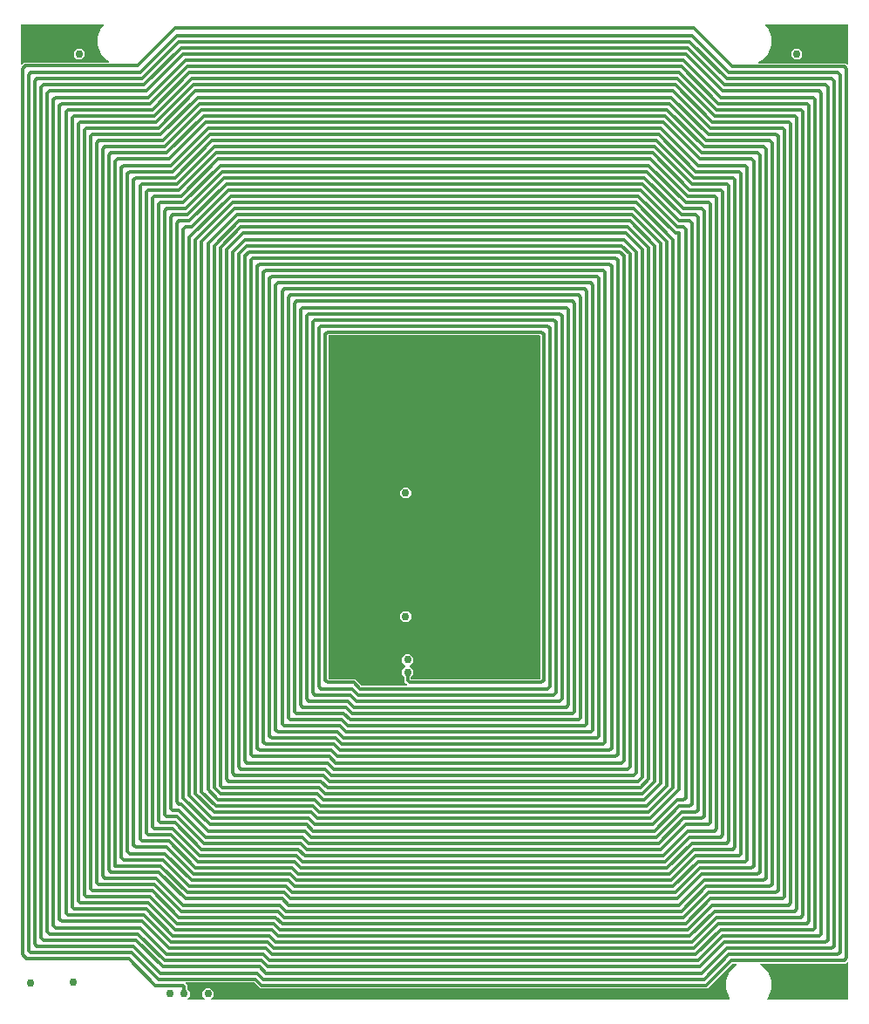
<source format=gbr>
G04 EAGLE Gerber RS-274X export*
G75*
%MOMM*%
%FSLAX34Y34*%
%LPD*%
%INCopper Layer 2*%
%IPPOS*%
%AMOC8*
5,1,8,0,0,1.08239X$1,22.5*%
G01*
%ADD10C,0.756400*%
%ADD11C,0.300000*%

G36*
X384931Y315036D02*
X384931Y315036D01*
X385002Y315038D01*
X385051Y315056D01*
X385103Y315064D01*
X385166Y315098D01*
X385233Y315123D01*
X385274Y315155D01*
X385320Y315180D01*
X385369Y315231D01*
X385425Y315276D01*
X385454Y315320D01*
X385489Y315358D01*
X385520Y315423D01*
X385558Y315483D01*
X385571Y315534D01*
X385593Y315581D01*
X385601Y315652D01*
X385618Y315722D01*
X385614Y315774D01*
X385620Y315825D01*
X385605Y315896D01*
X385599Y315967D01*
X385579Y316015D01*
X385568Y316066D01*
X385531Y316127D01*
X385503Y316193D01*
X385458Y316249D01*
X385442Y316277D01*
X385424Y316292D01*
X385398Y316324D01*
X384970Y316752D01*
X382975Y318747D01*
X382975Y323205D01*
X382961Y323295D01*
X382953Y323386D01*
X382941Y323415D01*
X382936Y323447D01*
X382893Y323528D01*
X382857Y323612D01*
X382831Y323644D01*
X382820Y323665D01*
X382797Y323687D01*
X382752Y323743D01*
X380693Y325802D01*
X380693Y330198D01*
X383957Y333462D01*
X383968Y333478D01*
X383984Y333490D01*
X384040Y333578D01*
X384100Y333661D01*
X384106Y333680D01*
X384117Y333697D01*
X384142Y333798D01*
X384173Y333897D01*
X384172Y333916D01*
X384177Y333936D01*
X384169Y334039D01*
X384166Y334142D01*
X384160Y334161D01*
X384158Y334181D01*
X384118Y334276D01*
X384082Y334373D01*
X384069Y334389D01*
X384062Y334407D01*
X383957Y334538D01*
X380693Y337802D01*
X380693Y342198D01*
X383802Y345307D01*
X388198Y345307D01*
X391307Y342198D01*
X391307Y337802D01*
X388043Y334538D01*
X388032Y334522D01*
X388016Y334510D01*
X387960Y334422D01*
X387900Y334339D01*
X387894Y334320D01*
X387883Y334303D01*
X387858Y334202D01*
X387827Y334103D01*
X387828Y334084D01*
X387823Y334064D01*
X387831Y333961D01*
X387834Y333858D01*
X387840Y333839D01*
X387842Y333819D01*
X387882Y333724D01*
X387918Y333627D01*
X387931Y333611D01*
X387938Y333593D01*
X388043Y333462D01*
X391307Y330198D01*
X391307Y325802D01*
X389248Y323743D01*
X389195Y323669D01*
X389135Y323599D01*
X389123Y323569D01*
X389104Y323543D01*
X389077Y323456D01*
X389043Y323371D01*
X389039Y323330D01*
X389032Y323308D01*
X389033Y323276D01*
X389025Y323205D01*
X389025Y321786D01*
X389028Y321766D01*
X389026Y321747D01*
X389048Y321645D01*
X389064Y321543D01*
X389074Y321526D01*
X389078Y321506D01*
X389131Y321417D01*
X389180Y321326D01*
X389194Y321312D01*
X389204Y321295D01*
X389283Y321228D01*
X389358Y321156D01*
X389376Y321148D01*
X389391Y321135D01*
X389487Y321096D01*
X389581Y321053D01*
X389601Y321051D01*
X389619Y321043D01*
X389786Y321025D01*
X514214Y321025D01*
X514234Y321028D01*
X514253Y321026D01*
X514355Y321048D01*
X514457Y321064D01*
X514474Y321074D01*
X514494Y321078D01*
X514583Y321131D01*
X514674Y321180D01*
X514688Y321194D01*
X514705Y321204D01*
X514772Y321283D01*
X514844Y321358D01*
X514852Y321376D01*
X514865Y321391D01*
X514904Y321487D01*
X514947Y321581D01*
X514949Y321601D01*
X514957Y321619D01*
X514975Y321786D01*
X514975Y654214D01*
X514972Y654234D01*
X514974Y654253D01*
X514952Y654355D01*
X514936Y654457D01*
X514926Y654474D01*
X514922Y654494D01*
X514869Y654583D01*
X514820Y654674D01*
X514806Y654688D01*
X514796Y654705D01*
X514717Y654772D01*
X514642Y654844D01*
X514624Y654852D01*
X514609Y654865D01*
X514513Y654904D01*
X514419Y654947D01*
X514399Y654949D01*
X514381Y654957D01*
X514214Y654975D01*
X309786Y654975D01*
X309766Y654972D01*
X309747Y654974D01*
X309645Y654952D01*
X309543Y654936D01*
X309526Y654926D01*
X309506Y654922D01*
X309417Y654869D01*
X309326Y654820D01*
X309312Y654806D01*
X309295Y654796D01*
X309228Y654717D01*
X309156Y654642D01*
X309148Y654624D01*
X309135Y654609D01*
X309096Y654513D01*
X309053Y654419D01*
X309051Y654399D01*
X309043Y654381D01*
X309025Y654214D01*
X309025Y321786D01*
X309028Y321766D01*
X309026Y321747D01*
X309048Y321645D01*
X309064Y321543D01*
X309074Y321526D01*
X309078Y321506D01*
X309131Y321417D01*
X309180Y321326D01*
X309194Y321312D01*
X309204Y321295D01*
X309283Y321228D01*
X309358Y321156D01*
X309376Y321148D01*
X309391Y321135D01*
X309487Y321096D01*
X309581Y321053D01*
X309601Y321051D01*
X309619Y321043D01*
X309786Y321025D01*
X335253Y321025D01*
X341030Y315248D01*
X341104Y315195D01*
X341173Y315135D01*
X341203Y315123D01*
X341230Y315104D01*
X341317Y315077D01*
X341401Y315043D01*
X341442Y315039D01*
X341465Y315032D01*
X341497Y315033D01*
X341568Y315025D01*
X384860Y315025D01*
X384931Y315036D01*
G37*
G36*
X188567Y10172D02*
X188567Y10172D01*
X188639Y10174D01*
X188688Y10192D01*
X188739Y10200D01*
X188803Y10234D01*
X188870Y10259D01*
X188911Y10291D01*
X188957Y10316D01*
X189006Y10368D01*
X189062Y10412D01*
X189090Y10456D01*
X189126Y10494D01*
X189156Y10559D01*
X189195Y10619D01*
X189208Y10670D01*
X189230Y10717D01*
X189238Y10788D01*
X189255Y10858D01*
X189251Y10910D01*
X189257Y10961D01*
X189242Y11032D01*
X189236Y11103D01*
X189216Y11151D01*
X189205Y11202D01*
X189168Y11263D01*
X189140Y11329D01*
X189095Y11385D01*
X189078Y11413D01*
X189061Y11428D01*
X189035Y11460D01*
X186693Y13802D01*
X186693Y18198D01*
X189802Y21307D01*
X194198Y21307D01*
X197307Y18198D01*
X197307Y13802D01*
X194965Y11460D01*
X194923Y11402D01*
X194874Y11350D01*
X194852Y11303D01*
X194822Y11261D01*
X194800Y11192D01*
X194770Y11127D01*
X194765Y11075D01*
X194749Y11025D01*
X194751Y10954D01*
X194743Y10883D01*
X194754Y10832D01*
X194756Y10780D01*
X194780Y10712D01*
X194795Y10642D01*
X194822Y10597D01*
X194840Y10549D01*
X194885Y10493D01*
X194922Y10431D01*
X194961Y10397D01*
X194994Y10357D01*
X195054Y10318D01*
X195109Y10271D01*
X195157Y10252D01*
X195201Y10224D01*
X195270Y10206D01*
X195337Y10179D01*
X195408Y10171D01*
X195439Y10163D01*
X195462Y10165D01*
X195503Y10161D01*
X698261Y10161D01*
X698332Y10172D01*
X698404Y10174D01*
X698453Y10192D01*
X698504Y10200D01*
X698568Y10234D01*
X698635Y10259D01*
X698676Y10291D01*
X698722Y10316D01*
X698771Y10367D01*
X698827Y10412D01*
X698855Y10456D01*
X698891Y10494D01*
X698921Y10559D01*
X698960Y10619D01*
X698973Y10670D01*
X698995Y10717D01*
X699002Y10788D01*
X699020Y10858D01*
X699016Y10910D01*
X699022Y10961D01*
X699006Y11032D01*
X699001Y11103D01*
X698980Y11151D01*
X698969Y11202D01*
X698933Y11263D01*
X698905Y11329D01*
X698860Y11385D01*
X698843Y11413D01*
X698826Y11428D01*
X698800Y11460D01*
X698313Y11947D01*
X694939Y20092D01*
X694939Y28908D01*
X698313Y37053D01*
X704547Y43287D01*
X705473Y43671D01*
X705556Y43722D01*
X705642Y43768D01*
X705660Y43786D01*
X705682Y43800D01*
X705745Y43876D01*
X705812Y43946D01*
X705823Y43970D01*
X705839Y43990D01*
X705874Y44081D01*
X705915Y44169D01*
X705918Y44195D01*
X705927Y44219D01*
X705932Y44317D01*
X705942Y44413D01*
X705937Y44439D01*
X705938Y44465D01*
X705911Y44559D01*
X705890Y44654D01*
X705877Y44676D01*
X705869Y44701D01*
X705814Y44781D01*
X705764Y44865D01*
X705744Y44882D01*
X705729Y44903D01*
X705651Y44962D01*
X705577Y45025D01*
X705553Y45035D01*
X705532Y45050D01*
X705439Y45080D01*
X705349Y45117D01*
X705316Y45120D01*
X705298Y45126D01*
X705265Y45126D01*
X705182Y45135D01*
X701728Y45135D01*
X701638Y45121D01*
X701547Y45113D01*
X701517Y45101D01*
X701485Y45096D01*
X701405Y45053D01*
X701321Y45017D01*
X701289Y44991D01*
X701268Y44980D01*
X701246Y44957D01*
X701190Y44912D01*
X677253Y20975D01*
X242747Y20975D01*
X236970Y26752D01*
X236896Y26805D01*
X236827Y26865D01*
X236797Y26877D01*
X236770Y26896D01*
X236683Y26923D01*
X236599Y26957D01*
X236558Y26961D01*
X236535Y26968D01*
X236503Y26967D01*
X236432Y26975D01*
X171140Y26975D01*
X171069Y26964D01*
X170998Y26962D01*
X170949Y26944D01*
X170897Y26936D01*
X170834Y26902D01*
X170767Y26877D01*
X170726Y26845D01*
X170680Y26820D01*
X170631Y26769D01*
X170575Y26724D01*
X170547Y26680D01*
X170511Y26642D01*
X170480Y26577D01*
X170442Y26517D01*
X170429Y26466D01*
X170407Y26419D01*
X170399Y26348D01*
X170382Y26278D01*
X170386Y26226D01*
X170380Y26175D01*
X170395Y26104D01*
X170401Y26033D01*
X170421Y25985D01*
X170432Y25934D01*
X170469Y25873D01*
X170497Y25807D01*
X170542Y25751D01*
X170558Y25723D01*
X170576Y25708D01*
X170602Y25676D01*
X171248Y25030D01*
X172025Y24253D01*
X172025Y20795D01*
X172026Y20785D01*
X172026Y20779D01*
X172033Y20747D01*
X172039Y20705D01*
X172047Y20614D01*
X172059Y20585D01*
X172064Y20553D01*
X172107Y20472D01*
X172143Y20388D01*
X172169Y20356D01*
X172180Y20335D01*
X172203Y20313D01*
X172248Y20257D01*
X174307Y18198D01*
X174307Y13802D01*
X171965Y11460D01*
X171923Y11402D01*
X171874Y11350D01*
X171852Y11303D01*
X171822Y11261D01*
X171800Y11192D01*
X171770Y11127D01*
X171765Y11075D01*
X171749Y11025D01*
X171751Y10954D01*
X171743Y10883D01*
X171754Y10832D01*
X171756Y10780D01*
X171780Y10712D01*
X171795Y10642D01*
X171822Y10597D01*
X171840Y10549D01*
X171885Y10493D01*
X171922Y10431D01*
X171961Y10397D01*
X171994Y10357D01*
X172054Y10318D01*
X172109Y10271D01*
X172157Y10252D01*
X172201Y10224D01*
X172270Y10206D01*
X172337Y10179D01*
X172408Y10171D01*
X172439Y10163D01*
X172462Y10165D01*
X172503Y10161D01*
X188497Y10161D01*
X188567Y10172D01*
G37*
G36*
X813368Y917867D02*
X813368Y917867D01*
X813420Y917868D01*
X813488Y917893D01*
X813558Y917908D01*
X813603Y917935D01*
X813651Y917953D01*
X813707Y917998D01*
X813769Y918034D01*
X813803Y918074D01*
X813843Y918106D01*
X813882Y918167D01*
X813929Y918221D01*
X813948Y918270D01*
X813976Y918313D01*
X813994Y918383D01*
X814021Y918449D01*
X814029Y918521D01*
X814037Y918552D01*
X814035Y918575D01*
X814039Y918616D01*
X814039Y956078D01*
X814036Y956098D01*
X814038Y956117D01*
X814016Y956219D01*
X814000Y956321D01*
X813990Y956338D01*
X813986Y956358D01*
X813933Y956447D01*
X813884Y956538D01*
X813870Y956552D01*
X813860Y956569D01*
X813781Y956636D01*
X813706Y956708D01*
X813688Y956716D01*
X813673Y956729D01*
X813577Y956768D01*
X813483Y956811D01*
X813463Y956813D01*
X813445Y956821D01*
X813278Y956839D01*
X733939Y956839D01*
X733868Y956828D01*
X733796Y956826D01*
X733747Y956808D01*
X733696Y956800D01*
X733632Y956766D01*
X733565Y956741D01*
X733524Y956709D01*
X733478Y956684D01*
X733429Y956632D01*
X733373Y956588D01*
X733345Y956544D01*
X733309Y956506D01*
X733279Y956441D01*
X733240Y956381D01*
X733227Y956330D01*
X733205Y956283D01*
X733198Y956212D01*
X733180Y956142D01*
X733184Y956090D01*
X733178Y956039D01*
X733194Y955968D01*
X733199Y955897D01*
X733219Y955849D01*
X733231Y955798D01*
X733267Y955737D01*
X733295Y955671D01*
X733340Y955615D01*
X733357Y955587D01*
X733375Y955572D01*
X733400Y955540D01*
X735887Y953053D01*
X739261Y944908D01*
X739261Y936092D01*
X735887Y927947D01*
X729653Y921713D01*
X726699Y920489D01*
X726616Y920438D01*
X726530Y920392D01*
X726512Y920374D01*
X726490Y920360D01*
X726427Y920284D01*
X726360Y920214D01*
X726349Y920190D01*
X726333Y920170D01*
X726298Y920079D01*
X726257Y919991D01*
X726254Y919965D01*
X726245Y919941D01*
X726240Y919843D01*
X726230Y919747D01*
X726235Y919721D01*
X726234Y919695D01*
X726261Y919601D01*
X726282Y919506D01*
X726295Y919484D01*
X726303Y919459D01*
X726358Y919379D01*
X726408Y919295D01*
X726428Y919278D01*
X726443Y919257D01*
X726521Y919198D01*
X726595Y919135D01*
X726619Y919125D01*
X726640Y919110D01*
X726733Y919080D01*
X726823Y919043D01*
X726856Y919040D01*
X726874Y919034D01*
X726907Y919034D01*
X726990Y919025D01*
X811793Y919025D01*
X812740Y918078D01*
X812798Y918036D01*
X812850Y917987D01*
X812897Y917965D01*
X812939Y917934D01*
X813008Y917913D01*
X813073Y917883D01*
X813125Y917877D01*
X813175Y917862D01*
X813246Y917864D01*
X813317Y917856D01*
X813368Y917867D01*
G37*
G36*
X11032Y917531D02*
X11032Y917531D01*
X11103Y917537D01*
X11151Y917557D01*
X11202Y917568D01*
X11263Y917605D01*
X11329Y917633D01*
X11385Y917678D01*
X11413Y917694D01*
X11428Y917712D01*
X11460Y917738D01*
X11592Y917870D01*
X13587Y919865D01*
X95182Y919865D01*
X95278Y919880D01*
X95375Y919890D01*
X95399Y919900D01*
X95425Y919904D01*
X95511Y919950D01*
X95600Y919990D01*
X95619Y920007D01*
X95642Y920020D01*
X95709Y920090D01*
X95781Y920156D01*
X95794Y920179D01*
X95812Y920198D01*
X95853Y920286D01*
X95900Y920372D01*
X95904Y920397D01*
X95915Y920421D01*
X95926Y920518D01*
X95943Y920614D01*
X95939Y920640D01*
X95942Y920665D01*
X95922Y920760D01*
X95908Y920857D01*
X95896Y920880D01*
X95890Y920906D01*
X95840Y920990D01*
X95796Y921076D01*
X95777Y921094D01*
X95764Y921117D01*
X95690Y921180D01*
X95620Y921248D01*
X95592Y921264D01*
X95577Y921277D01*
X95546Y921289D01*
X95473Y921329D01*
X94547Y921713D01*
X88313Y927947D01*
X84939Y936092D01*
X84939Y944908D01*
X88313Y953053D01*
X90800Y955540D01*
X90842Y955598D01*
X90891Y955650D01*
X90913Y955697D01*
X90943Y955739D01*
X90964Y955808D01*
X90995Y955873D01*
X91000Y955925D01*
X91016Y955975D01*
X91014Y956046D01*
X91022Y956117D01*
X91011Y956168D01*
X91009Y956220D01*
X90985Y956288D01*
X90969Y956358D01*
X90943Y956403D01*
X90925Y956451D01*
X90880Y956507D01*
X90843Y956569D01*
X90804Y956603D01*
X90771Y956643D01*
X90711Y956682D01*
X90656Y956729D01*
X90608Y956748D01*
X90564Y956776D01*
X90495Y956794D01*
X90428Y956821D01*
X90357Y956829D01*
X90326Y956837D01*
X90302Y956835D01*
X90261Y956839D01*
X10922Y956839D01*
X10902Y956836D01*
X10883Y956838D01*
X10781Y956816D01*
X10679Y956800D01*
X10662Y956790D01*
X10642Y956786D01*
X10553Y956733D01*
X10462Y956684D01*
X10448Y956670D01*
X10431Y956660D01*
X10364Y956581D01*
X10292Y956506D01*
X10284Y956488D01*
X10271Y956473D01*
X10232Y956377D01*
X10189Y956283D01*
X10187Y956263D01*
X10179Y956245D01*
X10161Y956078D01*
X10161Y918276D01*
X10172Y918205D01*
X10174Y918134D01*
X10192Y918085D01*
X10200Y918033D01*
X10234Y917970D01*
X10259Y917903D01*
X10291Y917862D01*
X10316Y917816D01*
X10367Y917767D01*
X10412Y917711D01*
X10456Y917682D01*
X10494Y917647D01*
X10559Y917616D01*
X10619Y917578D01*
X10670Y917565D01*
X10717Y917543D01*
X10788Y917535D01*
X10858Y917518D01*
X10910Y917522D01*
X10961Y917516D01*
X11032Y917531D01*
G37*
G36*
X813298Y10164D02*
X813298Y10164D01*
X813317Y10162D01*
X813419Y10184D01*
X813521Y10200D01*
X813538Y10210D01*
X813558Y10214D01*
X813647Y10267D01*
X813738Y10316D01*
X813752Y10330D01*
X813769Y10340D01*
X813836Y10419D01*
X813908Y10494D01*
X813916Y10512D01*
X813929Y10527D01*
X813968Y10623D01*
X814011Y10717D01*
X814013Y10737D01*
X814021Y10755D01*
X814039Y10922D01*
X814039Y45924D01*
X814028Y45995D01*
X814026Y46066D01*
X814008Y46115D01*
X814000Y46167D01*
X813966Y46230D01*
X813941Y46297D01*
X813909Y46338D01*
X813884Y46384D01*
X813832Y46433D01*
X813788Y46489D01*
X813744Y46518D01*
X813706Y46553D01*
X813641Y46584D01*
X813581Y46622D01*
X813530Y46635D01*
X813483Y46657D01*
X813412Y46665D01*
X813342Y46682D01*
X813290Y46678D01*
X813239Y46684D01*
X813168Y46669D01*
X813097Y46663D01*
X813049Y46643D01*
X812998Y46632D01*
X812937Y46595D01*
X812871Y46567D01*
X812815Y46522D01*
X812787Y46506D01*
X812772Y46488D01*
X812740Y46462D01*
X811413Y45135D01*
X729018Y45135D01*
X728922Y45120D01*
X728825Y45110D01*
X728801Y45100D01*
X728775Y45096D01*
X728689Y45050D01*
X728600Y45010D01*
X728581Y44993D01*
X728558Y44980D01*
X728491Y44910D01*
X728419Y44844D01*
X728406Y44821D01*
X728388Y44802D01*
X728347Y44714D01*
X728300Y44628D01*
X728296Y44603D01*
X728285Y44579D01*
X728274Y44482D01*
X728257Y44386D01*
X728261Y44360D01*
X728258Y44335D01*
X728278Y44239D01*
X728293Y44143D01*
X728304Y44120D01*
X728310Y44094D01*
X728360Y44011D01*
X728404Y43924D01*
X728423Y43905D01*
X728436Y43883D01*
X728510Y43820D01*
X728580Y43752D01*
X728608Y43736D01*
X728623Y43723D01*
X728654Y43711D01*
X728727Y43671D01*
X729653Y43287D01*
X735887Y37053D01*
X739261Y28908D01*
X739261Y20092D01*
X735887Y11947D01*
X735400Y11460D01*
X735358Y11402D01*
X735309Y11350D01*
X735287Y11303D01*
X735257Y11261D01*
X735236Y11192D01*
X735205Y11127D01*
X735200Y11075D01*
X735184Y11025D01*
X735186Y10954D01*
X735178Y10883D01*
X735189Y10832D01*
X735191Y10780D01*
X735215Y10712D01*
X735231Y10642D01*
X735257Y10597D01*
X735275Y10549D01*
X735320Y10493D01*
X735357Y10431D01*
X735396Y10397D01*
X735429Y10357D01*
X735489Y10318D01*
X735544Y10271D01*
X735592Y10252D01*
X735636Y10224D01*
X735705Y10206D01*
X735772Y10179D01*
X735843Y10171D01*
X735874Y10163D01*
X735898Y10165D01*
X735939Y10161D01*
X813278Y10161D01*
X813298Y10164D01*
G37*
%LPC*%
G36*
X761802Y922693D02*
X761802Y922693D01*
X758693Y925802D01*
X758693Y930198D01*
X761802Y933307D01*
X766198Y933307D01*
X769307Y930198D01*
X769307Y925802D01*
X766198Y922693D01*
X761802Y922693D01*
G37*
%LPD*%
%LPC*%
G36*
X381802Y376693D02*
X381802Y376693D01*
X378693Y379802D01*
X378693Y384198D01*
X381802Y387307D01*
X386198Y387307D01*
X389307Y384198D01*
X389307Y379802D01*
X386198Y376693D01*
X381802Y376693D01*
G37*
%LPD*%
%LPC*%
G36*
X64802Y922693D02*
X64802Y922693D01*
X61693Y925802D01*
X61693Y930198D01*
X64802Y933307D01*
X69198Y933307D01*
X72307Y930198D01*
X72307Y925802D01*
X69198Y922693D01*
X64802Y922693D01*
G37*
%LPD*%
%LPC*%
G36*
X381802Y496693D02*
X381802Y496693D01*
X378693Y499802D01*
X378693Y504198D01*
X381802Y507307D01*
X386198Y507307D01*
X389307Y504198D01*
X389307Y499802D01*
X386198Y496693D01*
X381802Y496693D01*
G37*
%LPD*%
D10*
X155000Y16000D03*
X169000Y16000D03*
D11*
X169000Y23000D01*
X168000Y24000D01*
X141060Y24000D01*
X115060Y50000D01*
X15660Y50000D02*
X11660Y54000D01*
X11660Y913660D01*
X14840Y916840D01*
X15660Y50000D02*
X115060Y50000D01*
X123930Y916840D02*
X160430Y953340D01*
X123930Y916840D02*
X14840Y916840D01*
X160430Y953340D02*
X663770Y953340D01*
X701110Y916000D01*
X810540Y916000D02*
X812540Y914000D01*
X812540Y50540D01*
X810160Y48160D01*
X810540Y916000D02*
X701110Y916000D01*
X700270Y48160D02*
X810160Y48160D01*
X700160Y48160D02*
X676000Y24000D01*
X244000Y24000D01*
X238000Y30000D01*
X144000Y30000D01*
X118000Y56000D01*
X20000Y56000D01*
X18000Y58000D01*
X18000Y908000D01*
X20000Y910000D01*
X126000Y910000D01*
X162000Y946000D01*
X662000Y946000D01*
X698000Y910000D01*
X804000Y910000D01*
X806000Y908000D01*
X806000Y56000D01*
X804000Y54000D01*
X698000Y54000D01*
X674000Y30000D01*
X246000Y30000D01*
X240000Y36000D01*
X146000Y36000D01*
X120000Y62000D01*
X26000Y62000D01*
X24000Y64000D01*
X24000Y902000D01*
X26000Y904000D01*
X128000Y904000D01*
X164000Y940000D01*
X660000Y940000D01*
X696000Y904000D01*
X798000Y904000D02*
X800000Y902000D01*
X800000Y62000D01*
X798000Y60000D01*
X696000Y60000D01*
X672000Y36000D01*
X248000Y36000D01*
X242000Y42000D01*
X148000Y42000D01*
X122000Y68000D01*
X696000Y904000D02*
X798000Y904000D01*
X122000Y68000D02*
X32000Y68000D01*
X30000Y70000D01*
X30000Y896000D01*
X32000Y898000D01*
X130000Y898000D01*
X166000Y934000D01*
X658000Y934000D01*
X694000Y898000D01*
X792000Y898000D01*
X794000Y896000D01*
X794000Y68000D01*
X792000Y66000D01*
X694000Y66000D01*
X670000Y42000D01*
X250000Y42000D01*
X244000Y48000D02*
X150000Y48000D01*
X124000Y74000D01*
X38000Y74000D02*
X36000Y76000D01*
X36000Y890000D01*
X38000Y892000D01*
X132000Y892000D01*
X168000Y928000D01*
X656000Y928000D01*
X692000Y892000D01*
X786000Y892000D02*
X788000Y890000D01*
X788000Y74000D01*
X786000Y72000D01*
X692000Y72000D01*
X668000Y48000D01*
X246000Y54000D02*
X152000Y54000D01*
X126000Y80000D01*
X44000Y80000D02*
X42000Y82000D01*
X42000Y884000D01*
X44000Y886000D01*
X134000Y886000D01*
X170000Y922000D01*
X654000Y922000D01*
X780000Y886000D02*
X782000Y884000D01*
X782000Y80000D01*
X780000Y78000D01*
X690000Y78000D01*
X666000Y54000D01*
X254000Y54000D02*
X248000Y60000D01*
X154000Y60000D01*
X128000Y86000D01*
X50000Y86000D02*
X48000Y88000D01*
X48000Y878000D01*
X50000Y880000D01*
X136000Y880000D01*
X172000Y916000D01*
X652000Y916000D01*
X774000Y880000D02*
X776000Y878000D01*
X776000Y86000D01*
X774000Y84000D01*
X688000Y84000D02*
X664000Y60000D01*
X256000Y60000D01*
X250000Y66000D01*
X156000Y66000D01*
X130000Y92000D01*
X56000Y92000D02*
X54000Y94000D01*
X54000Y872000D01*
X56000Y874000D01*
X138000Y874000D01*
X174000Y910000D01*
X650000Y910000D01*
X686000Y874000D01*
X768000Y874000D02*
X770000Y872000D01*
X770000Y92000D01*
X768000Y90000D01*
X686000Y90000D01*
X662000Y66000D01*
X258000Y66000D01*
X252000Y72000D01*
X158000Y72000D02*
X132000Y98000D01*
X62000Y98000D01*
X60000Y100000D01*
X60000Y866000D01*
X62000Y868000D01*
X140000Y868000D01*
X176000Y904000D01*
X648000Y904000D01*
X684000Y868000D01*
X762000Y868000D02*
X764000Y866000D01*
X764000Y98000D01*
X762000Y96000D01*
X684000Y96000D01*
X660000Y72000D01*
X260000Y72000D01*
X254000Y78000D02*
X160000Y78000D01*
X134000Y104000D01*
X68000Y104000D02*
X66000Y106000D01*
X66000Y860000D01*
X68000Y862000D01*
X142000Y862000D01*
X178000Y898000D01*
X646000Y898000D01*
X682000Y862000D01*
X756000Y862000D02*
X758000Y860000D01*
X758000Y104000D01*
X756000Y102000D01*
X682000Y102000D01*
X658000Y78000D01*
X262000Y78000D01*
X256000Y84000D01*
X162000Y84000D01*
X74000Y110000D02*
X72000Y112000D01*
X72000Y854000D01*
X74000Y856000D01*
X144000Y856000D01*
X180000Y892000D01*
X644000Y892000D01*
X680000Y856000D01*
X750000Y856000D02*
X752000Y854000D01*
X752000Y110000D01*
X750000Y108000D01*
X680000Y108000D01*
X656000Y84000D01*
X264000Y84000D01*
X258000Y90000D01*
X164000Y90000D01*
X138000Y116000D01*
X80000Y116000D02*
X78000Y118000D01*
X78000Y848000D01*
X80000Y850000D01*
X146000Y850000D01*
X182000Y886000D01*
X642000Y886000D01*
X678000Y850000D01*
X744000Y850000D02*
X746000Y848000D01*
X746000Y116000D01*
X744000Y114000D01*
X678000Y114000D01*
X654000Y90000D01*
X266000Y90000D01*
X260000Y96000D01*
X166000Y96000D01*
X140000Y122000D01*
X86000Y122000D02*
X84000Y124000D01*
X84000Y842000D01*
X86000Y844000D01*
X148000Y844000D01*
X184000Y880000D01*
X640000Y880000D01*
X676000Y844000D01*
X738000Y844000D02*
X740000Y842000D01*
X740000Y122000D01*
X738000Y120000D01*
X676000Y120000D01*
X652000Y96000D01*
X268000Y96000D01*
X262000Y102000D01*
X168000Y102000D01*
X142000Y128000D01*
X92000Y128000D02*
X90000Y130000D01*
X90000Y836000D01*
X92000Y838000D01*
X150000Y838000D01*
X186000Y874000D01*
X638000Y874000D01*
X674000Y838000D01*
X732000Y838000D01*
X734000Y836000D01*
X734000Y128000D01*
X732000Y126000D01*
X674000Y126000D01*
X650000Y102000D01*
X270000Y102000D01*
X264000Y108000D01*
X170000Y108000D02*
X144000Y134000D01*
X98000Y134000D02*
X96000Y136000D01*
X96000Y830000D01*
X98000Y832000D01*
X152000Y832000D01*
X188000Y868000D01*
X636000Y868000D01*
X672000Y832000D01*
X726000Y832000D01*
X728000Y830000D01*
X728000Y134000D01*
X726000Y132000D01*
X672000Y132000D01*
X648000Y108000D01*
X272000Y108000D01*
X266000Y114000D01*
X172000Y114000D01*
X146000Y140000D01*
X102000Y140000D01*
X102000Y824000D01*
X104000Y826000D01*
X154000Y826000D01*
X190000Y862000D01*
X634000Y862000D01*
X670000Y826000D01*
X720000Y826000D02*
X722000Y824000D01*
X722000Y140000D01*
X720000Y138000D01*
X670000Y138000D01*
X646000Y114000D01*
X268000Y120000D02*
X174000Y120000D01*
X148000Y146000D01*
X110000Y146000D02*
X108000Y148000D01*
X108000Y818000D01*
X110000Y820000D01*
X156000Y820000D02*
X192000Y856000D01*
X632000Y856000D01*
X668000Y820000D01*
X714000Y820000D02*
X716000Y818000D01*
X716000Y146000D01*
X714000Y144000D01*
X668000Y144000D01*
X644000Y120000D01*
X276000Y120000D01*
X270000Y126000D01*
X176000Y126000D01*
X150000Y152000D01*
X116000Y152000D02*
X114000Y154000D01*
X114000Y812000D01*
X116000Y814000D01*
X244000Y48000D02*
X250000Y42000D01*
X124000Y74000D02*
X38000Y74000D01*
X692000Y892000D02*
X786000Y892000D01*
X668000Y48000D02*
X252000Y48000D01*
X246000Y54000D01*
X126000Y80000D02*
X44000Y80000D01*
X690000Y886000D02*
X654000Y922000D01*
X690000Y886000D02*
X780000Y886000D01*
X666000Y54000D02*
X254000Y54000D01*
X128000Y86000D02*
X50000Y86000D01*
X688000Y880000D02*
X652000Y916000D01*
X688000Y880000D02*
X774000Y880000D01*
X774000Y84000D02*
X688000Y84000D01*
X130000Y92000D02*
X56000Y92000D01*
X686000Y874000D02*
X768000Y874000D01*
X252000Y72000D02*
X158000Y72000D01*
X684000Y868000D02*
X762000Y868000D01*
X254000Y78000D02*
X260000Y72000D01*
X134000Y104000D02*
X68000Y104000D01*
X682000Y862000D02*
X756000Y862000D01*
X136000Y110000D02*
X162000Y84000D01*
X136000Y110000D02*
X74000Y110000D01*
X680000Y856000D02*
X750000Y856000D01*
X138000Y116000D02*
X80000Y116000D01*
X678000Y850000D02*
X744000Y850000D01*
X140000Y122000D02*
X86000Y122000D01*
X676000Y844000D02*
X738000Y844000D01*
X142000Y128000D02*
X92000Y128000D01*
X170000Y108000D02*
X264000Y108000D01*
X144000Y134000D02*
X98000Y134000D01*
X670000Y826000D02*
X720000Y826000D01*
X646000Y114000D02*
X274000Y114000D01*
X268000Y120000D01*
X148000Y146000D02*
X110000Y146000D01*
X110000Y820000D02*
X156000Y820000D01*
X668000Y820000D02*
X714000Y820000D01*
X150000Y152000D02*
X116000Y152000D01*
X116000Y814000D02*
X158000Y814000D01*
X194000Y850000D01*
X630000Y850000D01*
X666000Y814000D01*
X708000Y814000D01*
X710000Y812000D01*
X710000Y152000D01*
X708000Y150000D01*
X666000Y150000D01*
X642000Y126000D01*
X278000Y126000D01*
X272000Y132000D01*
X178000Y132000D01*
X152000Y158000D01*
X122000Y158000D01*
X120000Y160000D01*
X120000Y806000D01*
X122000Y808000D01*
X160000Y808000D01*
X196000Y844000D01*
X628000Y844000D01*
X664000Y808000D01*
X702000Y808000D01*
X704000Y806000D01*
X704000Y158000D01*
X702000Y156000D01*
X664000Y156000D01*
X640000Y132000D01*
X280000Y132000D01*
X274000Y138000D01*
X180000Y138000D01*
X154000Y164000D01*
X128000Y164000D01*
X126000Y166000D01*
X126000Y800000D01*
X128000Y802000D01*
X162000Y802000D01*
X198000Y838000D01*
X626000Y838000D01*
X662000Y802000D01*
X696000Y802000D01*
X698000Y800000D01*
X698000Y164000D01*
X696000Y162000D01*
X662000Y162000D01*
X638000Y138000D01*
X282000Y138000D01*
X276000Y144000D01*
X182000Y144000D01*
X156000Y170000D01*
X134000Y170000D01*
X132000Y172000D01*
X132000Y794000D01*
X134000Y796000D01*
X164000Y796000D01*
X200000Y832000D01*
X624000Y832000D01*
X660000Y796000D01*
X690000Y796000D01*
X692000Y794000D01*
X692000Y170000D01*
X690000Y168000D01*
X660000Y168000D01*
X636000Y144000D01*
X284000Y144000D01*
X278000Y150000D01*
X184000Y150000D01*
X158000Y176000D01*
X140000Y176000D01*
X138000Y178000D01*
X138000Y788000D01*
X140000Y790000D01*
X166000Y790000D01*
X202000Y826000D01*
X622000Y826000D01*
X658000Y790000D01*
X684000Y790000D01*
X686000Y788000D01*
X686000Y176000D01*
X684000Y174000D01*
X658000Y174000D01*
X634000Y150000D01*
X286000Y150000D01*
X280000Y156000D01*
X186000Y156000D01*
X160000Y182000D01*
X146000Y182000D01*
X144000Y184000D01*
X144000Y782000D01*
X146000Y784000D01*
X168000Y784000D01*
X204000Y820000D01*
X620000Y820000D01*
X656000Y784000D01*
X678000Y784000D01*
X680000Y782000D01*
X680000Y182000D01*
X678000Y180000D01*
X656000Y180000D01*
X632000Y156000D01*
X288000Y156000D01*
X282000Y162000D01*
X188000Y162000D01*
X162000Y188000D01*
X152000Y188000D01*
X150000Y190000D01*
X150000Y776000D01*
X152000Y778000D01*
X170000Y778000D01*
X206000Y814000D01*
X618000Y814000D01*
X654000Y778000D01*
X672000Y778000D01*
X674000Y776000D01*
X674000Y188000D01*
X672000Y186000D01*
X654000Y186000D01*
X630000Y162000D01*
X290000Y162000D01*
X284000Y168000D01*
X190000Y168000D01*
X164000Y194000D01*
X158000Y194000D01*
X156000Y196000D01*
X156000Y770000D01*
X158000Y772000D01*
X172000Y772000D01*
X208000Y808000D01*
X616000Y808000D01*
X652000Y772000D01*
X666000Y772000D01*
X668000Y770000D01*
X668000Y194000D01*
X666000Y192000D01*
X652000Y192000D01*
X628000Y168000D01*
X292000Y168000D01*
X286000Y174000D01*
X192000Y174000D01*
X166000Y200000D01*
X164000Y200000D01*
X162000Y202000D01*
X162000Y764000D01*
X164000Y766000D01*
X174000Y766000D01*
X210000Y802000D01*
X614000Y802000D01*
X650000Y766000D01*
X660000Y766000D01*
X662000Y764000D01*
X662000Y200000D01*
X660000Y198000D01*
X650000Y198000D01*
X626000Y174000D01*
X294000Y174000D01*
X288000Y180000D01*
X194000Y180000D01*
X168000Y206000D01*
X168000Y758000D01*
X170000Y760000D01*
X176000Y760000D01*
X212000Y796000D01*
X612000Y796000D01*
X648000Y760000D01*
X654000Y760000D01*
X656000Y758000D01*
X656000Y206000D01*
X654000Y204000D01*
X648000Y204000D01*
X624000Y180000D01*
X296000Y180000D01*
X290000Y186000D01*
X196000Y186000D01*
X174000Y208000D01*
X174000Y750000D01*
X214000Y790000D01*
X610000Y790000D01*
X646000Y754000D01*
X650000Y754000D01*
X650000Y214000D01*
X622000Y186000D01*
X298000Y186000D02*
X292000Y192000D01*
X198000Y192000D01*
X180000Y210000D01*
X180000Y748000D01*
X216000Y784000D01*
X608000Y784000D01*
X644000Y748000D01*
X644000Y216000D01*
X620000Y192000D01*
X300000Y192000D01*
X294000Y198000D01*
X200000Y198000D01*
X186000Y212000D01*
X186000Y746000D01*
X218000Y778000D01*
X606000Y778000D01*
X638000Y746000D01*
X638000Y218000D01*
X618000Y198000D01*
X302000Y198000D01*
X296000Y204000D01*
X202000Y204000D01*
X192000Y214000D01*
X192000Y744000D01*
X220000Y772000D01*
X604000Y772000D01*
X632000Y744000D01*
X632000Y220000D01*
X616000Y204000D01*
X304000Y204000D01*
X298000Y210000D01*
X204000Y210000D01*
X198000Y216000D01*
X198000Y742000D01*
X222000Y766000D01*
X602000Y766000D01*
X626000Y742000D01*
X626000Y222000D01*
X614000Y210000D01*
X306000Y210000D01*
X206000Y216000D02*
X204000Y218000D01*
X204000Y740000D01*
X224000Y760000D01*
X600000Y760000D01*
X620000Y740000D01*
X620000Y224000D01*
X612000Y216000D01*
X308000Y216000D01*
X302000Y222000D01*
X212000Y222000D01*
X210000Y224000D01*
X210000Y738000D01*
X226000Y754000D01*
X598000Y754000D01*
X614000Y738000D01*
X614000Y226000D01*
X610000Y222000D01*
X310000Y222000D01*
X304000Y228000D01*
X218000Y228000D01*
X216000Y230000D01*
X216000Y736000D01*
X228000Y748000D01*
X596000Y748000D01*
X608000Y736000D01*
X608000Y230000D01*
X606000Y228000D01*
X312000Y228000D01*
X306000Y234000D01*
X224000Y234000D02*
X222000Y236000D01*
X222000Y734000D01*
X230000Y742000D01*
X594000Y742000D01*
X602000Y734000D01*
X602000Y236000D01*
X600000Y234000D01*
X314000Y234000D01*
X308000Y240000D02*
X230000Y240000D01*
X228000Y242000D01*
X228000Y732000D01*
X232000Y736000D01*
X592000Y736000D01*
X596000Y732000D01*
X596000Y242000D01*
X594000Y240000D01*
X316000Y240000D01*
X310000Y246000D01*
X236000Y246000D01*
X234000Y248000D01*
X234000Y728000D01*
X236000Y730000D01*
X588000Y730000D01*
X590000Y728000D01*
X590000Y248000D01*
X588000Y246000D01*
X318000Y246000D01*
X312000Y252000D01*
X242000Y252000D01*
X240000Y254000D01*
X240000Y722000D01*
X242000Y724000D01*
X582000Y724000D01*
X584000Y722000D01*
X584000Y254000D01*
X582000Y252000D01*
X320000Y252000D01*
X314000Y258000D01*
X248000Y258000D01*
X246000Y260000D01*
X246000Y716000D01*
X248000Y718000D01*
X576000Y718000D01*
X578000Y716000D01*
X578000Y260000D01*
X576000Y258000D01*
X322000Y258000D01*
X316000Y264000D01*
X254000Y264000D02*
X252000Y266000D01*
X252000Y710000D01*
X254000Y712000D01*
X570000Y712000D01*
X572000Y710000D01*
X572000Y266000D01*
X570000Y264000D01*
X324000Y264000D01*
X318000Y270000D01*
X260000Y270000D02*
X258000Y272000D01*
X258000Y704000D01*
X260000Y706000D01*
X564000Y706000D01*
X566000Y704000D01*
X566000Y272000D01*
X564000Y270000D01*
X326000Y270000D01*
X298000Y186000D02*
X622000Y186000D01*
X306000Y210000D02*
X300000Y216000D01*
X206000Y216000D01*
X224000Y234000D02*
X306000Y234000D01*
X308000Y240000D02*
X314000Y234000D01*
X316000Y264000D02*
X254000Y264000D01*
X260000Y270000D02*
X318000Y270000D01*
X320000Y276000D02*
X326000Y270000D01*
X320000Y276000D02*
X266000Y276000D01*
X264000Y278000D01*
X264000Y698000D01*
X266000Y700000D01*
X558000Y700000D01*
X560000Y698000D01*
X560000Y278000D01*
X558000Y276000D01*
X328000Y276000D01*
X322000Y282000D01*
X272000Y282000D01*
X270000Y284000D01*
X270000Y692000D01*
X272000Y694000D01*
X552000Y694000D01*
X554000Y692000D01*
X554000Y284000D01*
X552000Y282000D01*
X330000Y282000D01*
X324000Y288000D01*
X278000Y288000D01*
X276000Y290000D01*
X276000Y686000D01*
X278000Y688000D01*
X546000Y688000D01*
X548000Y686000D01*
X548000Y290000D01*
X546000Y288000D01*
X332000Y288000D01*
X326000Y294000D01*
X284000Y294000D01*
X282000Y296000D01*
X282000Y680000D01*
X284000Y682000D01*
X540000Y682000D01*
X542000Y680000D01*
X542000Y296000D01*
X540000Y294000D01*
X334000Y294000D01*
X328000Y300000D01*
X290000Y300000D01*
X288000Y302000D01*
X288000Y674000D01*
X290000Y676000D01*
X534000Y676000D01*
X536000Y674000D01*
X536000Y302000D01*
X534000Y300000D01*
X336000Y300000D01*
X330000Y306000D01*
X296000Y306000D01*
X294000Y308000D01*
X294000Y668000D01*
X296000Y670000D01*
X528000Y670000D01*
X530000Y668000D01*
X530000Y308000D01*
X528000Y306000D01*
X338000Y306000D01*
X332000Y312000D01*
X302000Y312000D01*
X300000Y314000D01*
X300000Y662000D01*
X302000Y664000D01*
X522000Y664000D01*
X524000Y662000D01*
X524000Y314000D01*
X522000Y312000D01*
X340000Y312000D01*
X334000Y318000D01*
X308000Y318000D01*
X306000Y320000D01*
X306000Y656000D01*
X308000Y658000D01*
X516000Y658000D01*
X518000Y656000D01*
X518000Y320000D01*
X516000Y318000D01*
X388000Y318000D01*
X386000Y320000D01*
D10*
X386000Y328000D03*
D11*
X386000Y320000D01*
D10*
X386000Y340000D03*
X192000Y16000D03*
X225000Y18000D03*
X181000Y21000D03*
X348000Y599000D03*
X781000Y29000D03*
X796000Y946000D03*
X35000Y941000D03*
X384000Y382000D03*
X384000Y502000D03*
X67000Y928000D03*
X764000Y928000D03*
X20000Y26000D03*
X61000Y27000D03*
M02*

</source>
